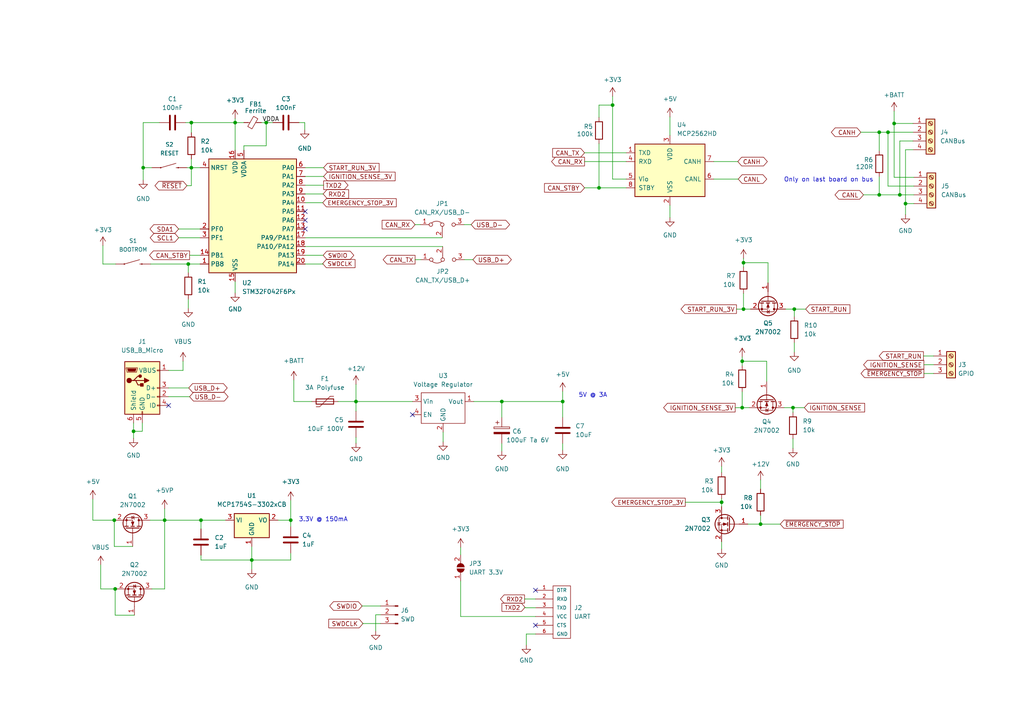
<source format=kicad_sch>
(kicad_sch (version 20211123) (generator eeschema)
  (paper "A4")
  (title_block (title "CANBus GPIO Sensor") (date "2023-02-28") (rev "1.0") (company "Gavin Hurlbut"))
  (lib_symbols
    (symbol "+12V_3" (power) (pin_names (offset 0))
      (property "Value" "+12V_3" (at 0 3.556 0))
      (symbol "+12V_3_0_1"
        (polyline (pts (xy -0.762 1.27) (xy 0 2.54)))
        (polyline (pts (xy 0 0) (xy 0 2.54)))
        (polyline (pts (xy 0 2.54) (xy 0.762 1.27)))
      )
      (symbol "+12V_3_1_1"
        (pin power_in line (at 0 0 90) (length 0) hide (name "+12V") (number "1"))
      )
    )
    (symbol "+3V3_2" (power) (pin_names (offset 0))
      (property "Value" "+3V3_2" (at 0 3.556 0))
      (symbol "+3V3_2_0_1"
        (polyline (pts (xy -0.762 1.27) (xy 0 2.54)))
        (polyline (pts (xy 0 0) (xy 0 2.54)))
        (polyline (pts (xy 0 2.54) (xy 0.762 1.27)))
      )
      (symbol "+3V3_2_1_1"
        (pin power_in line (at 0 0 90) (length 0) hide (name "+3V3") (number "1"))
      )
    )
    (symbol "+BATT_1" (power) (pin_names (offset 0))
      (property "Value" "+BATT_1" (at 0 3.556 0))
      (symbol "+BATT_1_0_1"
        (polyline (pts (xy -0.762 1.27) (xy 0 2.54)))
        (polyline (pts (xy 0 0) (xy 0 2.54)))
        (polyline (pts (xy 0 2.54) (xy 0.762 1.27)))
      )
      (symbol "+BATT_1_1_1"
        (pin power_in line (at 0 0 90) (length 0) hide (name "+BATT") (number "1"))
      )
    )
    (symbol "Beirdo:FTDI-TARGET" (pin_names (offset 1.016))
      (property "Reference" "J?" (at -1.27 1.27 0))
      (property "Value" "FTDI-TARGET" (at -6.35 -17.78 0))
      (symbol "FTDI-TARGET_0_1"
        (rectangle (start -2.54 0) (end 2.54 -15.24))
      )
      (symbol "FTDI-TARGET_1_1"
        (pin passive line (at -7.62 -1.27 0) (length 5.08) (name "DTR") (number "1"))
        (pin passive line (at -7.62 -3.81 0) (length 5.08) (name "RXD") (number "2"))
        (pin passive line (at -7.62 -6.35 0) (length 5.08) (name "TXD") (number "3"))
        (pin passive line (at -7.62 -8.89 0) (length 5.08) (name "VCC") (number "4"))
        (pin passive line (at -7.62 -11.43 0) (length 5.08) (name "CTS") (number "5"))
        (pin passive line (at -7.62 -13.97 0) (length 5.08) (name "GND") (number "6"))
      )
    )
    (symbol "Beirdo:MOMENTARY-SWITCH-SPST-PTH-6.0MM" (pin_numbers hide) (pin_names (offset 1.016) hide)
      (property "Reference" "S1" (at 0 6.731 0))
      (property "Value" "MOMENTARY-SWITCH-SPST-PTH-6.0MM" (at 0 4.191 0))
      (symbol "MOMENTARY-SWITCH-SPST-PTH-6.0MM_1_0"
        (polyline (pts (xy -2.54 0) (xy 1.905 1.27)))
        (polyline (pts (xy 1.905 0) (xy 2.54 0)))
      )
      (symbol "MOMENTARY-SWITCH-SPST-PTH-6.0MM_1_1"
        (circle (center -2.54 0) (radius 0.127) (fill (type outline)))
        (circle (center 2.54 0) (radius 0.127) (fill (type outline)))
        (pin passive line (at -5.08 0 0) (length 2.54) (name "1") (number "1"))
        (pin passive line (at -5.08 -1.27 0) (length 2.54) hide (name "1") (number "2"))
        (pin passive line (at 5.08 0 180) (length 2.54) (name "2") (number "3"))
        (pin passive line (at 5.08 -1.27 180) (length 2.54) hide (name "2") (number "4"))
      )
    )
    (symbol "Beirdo:Switching_Regulator_Module"
      (property "Reference" "U?" (at 0 5.08 0))
      (property "Value" "Switching_Regulator_Module" (at 0 2.54 0))
      (symbol "Switching_Regulator_Module_0_1"
        (rectangle (start -6.35 0) (end 6.35 -8.89))
      )
      (symbol "Switching_Regulator_Module_1_1"
        (pin power_out line (at 8.89 -2.54 180) (length 2.54) (name "Vout") (number "1"))
        (pin passive line (at 0 -11.43 90) (length 2.54) (name "GND") (number "2"))
        (pin power_in line (at -8.89 -2.54 0) (length 2.54) (name "Vin") (number "3"))
        (pin input line (at -8.89 -6.35 0) (length 2.54) (name "EN") (number "4"))
      )
    )
    (symbol "Connector:Conn_01x03_Male" (pin_names (offset 1.016) hide)
      (property "Reference" "J" (at 0 5.08 0))
      (property "Value" "Conn_01x03_Male" (at 0 -5.08 0))
      (symbol "Conn_01x03_Male_1_1"
        (polyline (pts (xy 1.27 -2.54) (xy 0.8636 -2.54)) (stroke (width 0.1524)))
        (polyline (pts (xy 1.27 0) (xy 0.8636 0)) (stroke (width 0.1524)))
        (polyline (pts (xy 1.27 2.54) (xy 0.8636 2.54)) (stroke (width 0.1524)))
        (rectangle (start 0.8636 -2.413) (end 0 -2.667) (stroke (width 0.1524)) (fill (type outline)))
        (rectangle (start 0.8636 0.127) (end 0 -0.127) (stroke (width 0.1524)) (fill (type outline)))
        (rectangle (start 0.8636 2.667) (end 0 2.413) (stroke (width 0.1524)) (fill (type outline)))
        (pin passive line (at 5.08 2.54 180) (length 3.81) (name "Pin_1") (number "1"))
        (pin passive line (at 5.08 0 180) (length 3.81) (name "Pin_2") (number "2"))
        (pin passive line (at 5.08 -2.54 180) (length 3.81) (name "Pin_3") (number "3"))
      )
    )
    (symbol "Connector:Screw_Terminal_01x03" (pin_names (offset 1.016) hide)
      (property "Reference" "J" (at 0 5.08 0))
      (property "Value" "Screw_Terminal_01x03" (at 0 -5.08 0))
      (symbol "Screw_Terminal_01x03_1_1"
        (rectangle (start -1.27 3.81) (end 1.27 -3.81) (stroke (width 0.254)) (fill (type background)))
        (circle (center 0 -2.54) (radius 0.635) (stroke (width 0.1524)))
        (polyline (pts (xy -0.5334 -2.2098) (xy 0.3302 -3.048)) (stroke (width 0.1524)))
        (polyline (pts (xy -0.5334 0.3302) (xy 0.3302 -0.508)) (stroke (width 0.1524)))
        (polyline (pts (xy -0.5334 2.8702) (xy 0.3302 2.032)) (stroke (width 0.1524)))
        (polyline (pts (xy -0.3556 -2.032) (xy 0.508 -2.8702)) (stroke (width 0.1524)))
        (polyline (pts (xy -0.3556 0.508) (xy 0.508 -0.3302)) (stroke (width 0.1524)))
        (polyline (pts (xy -0.3556 3.048) (xy 0.508 2.2098)) (stroke (width 0.1524)))
        (circle (center 0 0) (radius 0.635) (stroke (width 0.1524)))
        (circle (center 0 2.54) (radius 0.635) (stroke (width 0.1524)))
        (pin passive line (at -5.08 2.54 0) (length 3.81) (name "Pin_1") (number "1"))
        (pin passive line (at -5.08 0 0) (length 3.81) (name "Pin_2") (number "2"))
        (pin passive line (at -5.08 -2.54 0) (length 3.81) (name "Pin_3") (number "3"))
      )
    )
    (symbol "Connector:Screw_Terminal_01x04" (pin_names (offset 1.016) hide)
      (property "Reference" "J" (at 0 5.08 0))
      (property "Value" "Screw_Terminal_01x04" (at 0 -7.62 0))
      (symbol "Screw_Terminal_01x04_1_1"
        (rectangle (start -1.27 3.81) (end 1.27 -6.35) (stroke (width 0.254)) (fill (type background)))
        (circle (center 0 -5.08) (radius 0.635) (stroke (width 0.1524)))
        (circle (center 0 -2.54) (radius 0.635) (stroke (width 0.1524)))
        (polyline (pts (xy -0.5334 -4.7498) (xy 0.3302 -5.588)) (stroke (width 0.1524)))
        (polyline (pts (xy -0.5334 -2.2098) (xy 0.3302 -3.048)) (stroke (width 0.1524)))
        (polyline (pts (xy -0.5334 0.3302) (xy 0.3302 -0.508)) (stroke (width 0.1524)))
        (polyline (pts (xy -0.5334 2.8702) (xy 0.3302 2.032)) (stroke (width 0.1524)))
        (polyline (pts (xy -0.3556 -4.572) (xy 0.508 -5.4102)) (stroke (width 0.1524)))
        (polyline (pts (xy -0.3556 -2.032) (xy 0.508 -2.8702)) (stroke (width 0.1524)))
        (polyline (pts (xy -0.3556 0.508) (xy 0.508 -0.3302)) (stroke (width 0.1524)))
        (polyline (pts (xy -0.3556 3.048) (xy 0.508 2.2098)) (stroke (width 0.1524)))
        (circle (center 0 0) (radius 0.635) (stroke (width 0.1524)))
        (circle (center 0 2.54) (radius 0.635) (stroke (width 0.1524)))
        (pin passive line (at -5.08 2.54 0) (length 3.81) (name "Pin_1") (number "1"))
        (pin passive line (at -5.08 0 0) (length 3.81) (name "Pin_2") (number "2"))
        (pin passive line (at -5.08 -2.54 0) (length 3.81) (name "Pin_3") (number "3"))
        (pin passive line (at -5.08 -5.08 0) (length 3.81) (name "Pin_4") (number "4"))
      )
    )
    (symbol "Connector:USB_B_Micro" (pin_names (offset 1.016))
      (property "Reference" "J" (at -5.08 11.43 0))
      (property "Value" "USB_B_Micro" (at -5.08 8.89 0))
      (symbol "USB_B_Micro_0_1"
        (rectangle (start -5.08 -7.62) (end 5.08 7.62) (stroke (width 0.254)) (fill (type background)))
        (circle (center -3.81 2.159) (radius 0.635) (stroke (width 0.254)) (fill (type outline)))
        (circle (center -0.635 3.429) (radius 0.381) (stroke (width 0.254)) (fill (type outline)))
        (rectangle (start -0.127 -7.62) (end 0.127 -6.858))
        (polyline (pts (xy -1.905 2.159) (xy 0.635 2.159)) (stroke (width 0.254)))
        (polyline (pts (xy -3.175 2.159) (xy -2.54 2.159) (xy -1.27 3.429) (xy -0.635 3.429)) (stroke (width 0.254)))
        (polyline (pts (xy -2.54 2.159) (xy -1.905 2.159) (xy -1.27 0.889) (xy 0 0.889)) (stroke (width 0.254)))
        (polyline (pts (xy 0.635 2.794) (xy 0.635 1.524) (xy 1.905 2.159) (xy 0.635 2.794)) (stroke (width 0.254)) (fill (type outline)))
        (polyline (pts (xy -4.318 5.588) (xy -1.778 5.588) (xy -2.032 4.826) (xy -4.064 4.826) (xy -4.318 5.588)) (fill (type outline)))
        (polyline (pts (xy -4.699 5.842) (xy -4.699 5.588) (xy -4.445 4.826) (xy -4.445 4.572) (xy -1.651 4.572) (xy -1.651 4.826) (xy -1.397 5.588) (xy -1.397 5.842) (xy -4.699 5.842)))
        (rectangle (start 0.254 1.27) (end -0.508 0.508) (stroke (width 0.254)) (fill (type outline)))
        (rectangle (start 5.08 -5.207) (end 4.318 -4.953))
        (rectangle (start 5.08 -2.667) (end 4.318 -2.413))
        (rectangle (start 5.08 -0.127) (end 4.318 0.127))
        (rectangle (start 5.08 4.953) (end 4.318 5.207))
      )
      (symbol "USB_B_Micro_1_1"
        (pin power_out line (at 7.62 5.08 180) (length 2.54) (name "VBUS") (number "1"))
        (pin bidirectional line (at 7.62 -2.54 180) (length 2.54) (name "D-") (number "2"))
        (pin bidirectional line (at 7.62 0 180) (length 2.54) (name "D+") (number "3"))
        (pin passive line (at 7.62 -5.08 180) (length 2.54) (name "ID") (number "4"))
        (pin power_out line (at 0 -10.16 90) (length 2.54) (name "GND") (number "5"))
        (pin passive line (at -2.54 -10.16 90) (length 2.54) (name "Shield") (number "6"))
      )
    )
    (symbol "Device:C" (pin_numbers hide) (pin_names (offset 0.254))
      (property "Reference" "C" (at 0.635 2.54 0))
      (property "Value" "C" (at 0.635 -2.54 0))
      (symbol "C_0_1"
        (polyline (pts (xy -2.032 -0.762) (xy 2.032 -0.762)) (stroke (width 0.508)))
        (polyline (pts (xy -2.032 0.762) (xy 2.032 0.762)) (stroke (width 0.508)))
      )
      (symbol "C_1_1"
        (pin passive line (at 0 3.81 270) (length 2.794) (name "~") (number "1"))
        (pin passive line (at 0 -3.81 90) (length 2.794) (name "~") (number "2"))
      )
    )
    (symbol "Device:C_Polarized" (pin_numbers hide) (pin_names (offset 0.254))
      (property "Reference" "C" (at 0.635 2.54 0))
      (property "Value" "C_Polarized" (at 0.635 -2.54 0))
      (symbol "C_Polarized_0_1"
        (rectangle (start -2.286 0.508) (end 2.286 1.016))
        (polyline (pts (xy -1.778 2.286) (xy -0.762 2.286)))
        (polyline (pts (xy -1.27 2.794) (xy -1.27 1.778)))
        (rectangle (start 2.286 -0.508) (end -2.286 -1.016) (fill (type outline)))
      )
      (symbol "C_Polarized_1_1"
        (pin passive line (at 0 3.81 270) (length 2.794) (name "~") (number "1"))
        (pin passive line (at 0 -3.81 90) (length 2.794) (name "~") (number "2"))
      )
    )
    (symbol "Device:FerriteBead_Small" (pin_numbers hide) (pin_names (offset 0))
      (property "Reference" "FB" (at 1.905 1.27 0))
      (property "Value" "FerriteBead_Small" (at 1.905 -1.27 0))
      (symbol "FerriteBead_Small_0_1"
        (polyline (pts (xy 0 -1.27) (xy 0 -0.7874)))
        (polyline (pts (xy 0 0.889) (xy 0 1.2954)))
        (polyline (pts (xy -1.8288 0.2794) (xy -1.1176 1.4986) (xy 1.8288 -0.2032) (xy 1.1176 -1.4224) (xy -1.8288 0.2794)))
      )
      (symbol "FerriteBead_Small_1_1"
        (pin passive line (at 0 2.54 270) (length 1.27) (name "~") (number "1"))
        (pin passive line (at 0 -2.54 90) (length 1.27) (name "~") (number "2"))
      )
    )
    (symbol "Device:Polyfuse" (pin_numbers hide) (pin_names (offset 0))
      (property "Reference" "F" (at -2.54 0 90))
      (property "Value" "Polyfuse" (at 2.54 0 90))
      (symbol "Polyfuse_0_1"
        (rectangle (start -0.762 2.54) (end 0.762 -2.54) (stroke (width 0.254)))
        (polyline (pts (xy 0 2.54) (xy 0 -2.54)))
        (polyline (pts (xy -1.524 2.54) (xy -1.524 1.524) (xy 1.524 -1.524) (xy 1.524 -2.54)))
      )
      (symbol "Polyfuse_1_1"
        (pin passive line (at 0 3.81 270) (length 1.27) (name "~") (number "1"))
        (pin passive line (at 0 -3.81 90) (length 1.27) (name "~") (number "2"))
      )
    )
    (symbol "Device:R" (pin_numbers hide) (pin_names (offset 0))
      (property "Reference" "R" (at 2.032 0 90))
      (property "Value" "R" (at 0 0 90))
      (symbol "R_0_1"
        (rectangle (start -1.016 -2.54) (end 1.016 2.54) (stroke (width 0.254)))
      )
      (symbol "R_1_1"
        (pin passive line (at 0 3.81 270) (length 1.27) (name "~") (number "1"))
        (pin passive line (at 0 -3.81 90) (length 1.27) (name "~") (number "2"))
      )
    )
    (symbol "Interface_CAN_LIN:MCP2562-H-SN" (pin_names (offset 1.016))
      (property "Reference" "U" (at -10.16 8.89 0))
      (property "Value" "MCP2562-H-SN" (at 2.54 8.89 0))
      (symbol "MCP2562-H-SN_0_1"
        (rectangle (start -10.16 7.62) (end 10.16 -7.62) (stroke (width 0.254)) (fill (type background)))
      )
      (symbol "MCP2562-H-SN_1_1"
        (pin input line (at -12.7 5.08 0) (length 2.54) (name "TXD") (number "1"))
        (pin power_in line (at 0 -10.16 90) (length 2.54) (name "VSS") (number "2"))
        (pin power_in line (at 0 10.16 270) (length 2.54) (name "VDD") (number "3"))
        (pin output line (at -12.7 2.54 0) (length 2.54) (name "RXD") (number "4"))
        (pin power_in line (at -12.7 -2.54 0) (length 2.54) (name "Vio") (number "5"))
        (pin bidirectional line (at 12.7 -2.54 180) (length 2.54) (name "CANL") (number "6"))
        (pin bidirectional line (at 12.7 2.54 180) (length 2.54) (name "CANH") (number "7"))
        (pin input line (at -12.7 -5.08 0) (length 2.54) (name "STBY") (number "8"))
      )
    )
    (symbol "Jumper:Jumper_3_Bridged12" (pin_names (offset 0) hide)
      (property "Reference" "JP" (at -2.54 -2.54 0))
      (property "Value" "Jumper_3_Bridged12" (at 0 2.794 0))
      (symbol "Jumper_3_Bridged12_0_0"
        (circle (center -3.302 0) (radius 0.508))
        (circle (center 0 0) (radius 0.508))
        (circle (center 3.302 0) (radius 0.508))
      )
      (symbol "Jumper_3_Bridged12_0_1"
        (arc (start -0.254 0.508) (mid -1.651 0.9912) (end -3.048 0.508))
        (polyline (pts (xy 0 -1.27) (xy 0 -0.508)))
      )
      (symbol "Jumper_3_Bridged12_1_1"
        (pin passive line (at -6.35 0 0) (length 2.54) (name "A") (number "1"))
        (pin passive line (at 0 -3.81 90) (length 2.54) (name "C") (number "2"))
        (pin passive line (at 6.35 0 180) (length 2.54) (name "B") (number "3"))
      )
    )
    (symbol "Jumper:SolderJumper_2_Open" (pin_names (offset 0) hide)
      (property "Reference" "JP" (at 0 2.032 0))
      (property "Value" "SolderJumper_2_Open" (at 0 -2.54 0))
      (symbol "SolderJumper_2_Open_0_1"
        (arc (start -0.254 1.016) (mid -1.27 0) (end -0.254 -1.016))
        (arc (start -0.254 1.016) (mid -1.27 0) (end -0.254 -1.016) (fill (type outline)))
        (polyline (pts (xy -0.254 1.016) (xy -0.254 -1.016)))
        (polyline (pts (xy 0.254 1.016) (xy 0.254 -1.016)))
        (arc (start 0.254 -1.016) (mid 1.27 0) (end 0.254 1.016))
        (arc (start 0.254 -1.016) (mid 1.27 0) (end 0.254 1.016) (fill (type outline)))
      )
      (symbol "SolderJumper_2_Open_1_1"
        (pin passive line (at -3.81 0 0) (length 2.54) (name "A") (number "1"))
        (pin passive line (at 3.81 0 180) (length 2.54) (name "B") (number "2"))
      )
    )
    (symbol "MCU_ST_STM32F0:STM32F042F6Px"
      (property "Reference" "U" (at -12.7 16.51 0))
      (property "Value" "STM32F042F6Px" (at 0 16.51 0))
      (symbol "STM32F042F6Px_0_1"
        (rectangle (start -12.7 -17.78) (end 12.7 15.24) (stroke (width 0.254)) (fill (type background)))
      )
      (symbol "STM32F042F6Px_1_1"
        (pin bidirectional line (at -15.24 -15.24 0) (length 2.54) (name "PB8") (number "1"))
        (pin bidirectional line (at 15.24 2.54 180) (length 2.54) (name "PA4") (number "10"))
        (pin bidirectional line (at 15.24 0 180) (length 2.54) (name "PA5") (number "11"))
        (pin bidirectional line (at 15.24 -2.54 180) (length 2.54) (name "PA6") (number "12"))
        (pin bidirectional line (at 15.24 -5.08 180) (length 2.54) (name "PA7") (number "13"))
        (pin bidirectional line (at -15.24 -12.7 0) (length 2.54) (name "PB1") (number "14"))
        (pin power_in line (at -5.08 -20.32 90) (length 2.54) (name "VSS") (number "15"))
        (pin power_in line (at -5.08 17.78 270) (length 2.54) (name "VDD") (number "16"))
        (pin bidirectional line (at 15.24 -7.62 180) (length 2.54) (name "PA9/PA11") (number "17"))
        (pin bidirectional line (at 15.24 -10.16 180) (length 2.54) (name "PA10/PA12") (number "18"))
        (pin bidirectional line (at 15.24 -12.7 180) (length 2.54) (name "PA13") (number "19"))
        (pin input line (at -15.24 -5.08 0) (length 2.54) (name "PF0") (number "2"))
        (pin bidirectional line (at 15.24 -15.24 180) (length 2.54) (name "PA14") (number "20"))
        (pin input line (at -15.24 -7.62 0) (length 2.54) (name "PF1") (number "3"))
        (pin input line (at -15.24 12.7 0) (length 2.54) (name "NRST") (number "4"))
        (pin power_in line (at -2.54 17.78 270) (length 2.54) (name "VDDA") (number "5"))
        (pin bidirectional line (at 15.24 12.7 180) (length 2.54) (name "PA0") (number "6"))
        (pin bidirectional line (at 15.24 10.16 180) (length 2.54) (name "PA1") (number "7"))
        (pin bidirectional line (at 15.24 7.62 180) (length 2.54) (name "PA2") (number "8"))
        (pin bidirectional line (at 15.24 5.08 180) (length 2.54) (name "PA3") (number "9"))
      )
    )
    (symbol "Regulator_Linear:MCP1754S-3302xCB"
      (property "Reference" "U" (at -3.81 3.175 0))
      (property "Value" "MCP1754S-3302xCB" (at -0.635 3.175 0))
      (symbol "MCP1754S-3302xCB_0_1"
        (rectangle (start -5.08 -5.08) (end 5.08 1.905) (stroke (width 0.254)) (fill (type background)))
      )
      (symbol "MCP1754S-3302xCB_1_1"
        (pin power_in line (at 0 -7.62 90) (length 2.54) (name "GND") (number "1"))
        (pin power_out line (at 7.62 0 180) (length 2.54) (name "VO") (number "2"))
        (pin power_in line (at -7.62 0 0) (length 2.54) (name "VI") (number "3"))
      )
    )
    (symbol "Transistor_FET:2N7002" (pin_names hide)
      (property "Reference" "Q" (at 5.08 1.905 0))
      (property "Value" "2N7002" (at 5.08 0 0))
      (symbol "2N7002_0_1"
        (polyline (pts (xy 0.254 0) (xy -2.54 0)))
        (polyline (pts (xy 0.254 1.905) (xy 0.254 -1.905)) (stroke (width 0.254)))
        (polyline (pts (xy 0.762 -1.27) (xy 0.762 -2.286)) (stroke (width 0.254)))
        (polyline (pts (xy 0.762 0.508) (xy 0.762 -0.508)) (stroke (width 0.254)))
        (polyline (pts (xy 0.762 2.286) (xy 0.762 1.27)) (stroke (width 0.254)))
        (polyline (pts (xy 2.54 2.54) (xy 2.54 1.778)))
        (polyline (pts (xy 2.54 -2.54) (xy 2.54 0) (xy 0.762 0)))
        (polyline (pts (xy 0.762 -1.778) (xy 3.302 -1.778) (xy 3.302 1.778) (xy 0.762 1.778)))
        (polyline (pts (xy 1.016 0) (xy 2.032 0.381) (xy 2.032 -0.381) (xy 1.016 0)) (fill (type outline)))
        (polyline (pts (xy 2.794 0.508) (xy 2.921 0.381) (xy 3.683 0.381) (xy 3.81 0.254)))
        (polyline (pts (xy 3.302 0.381) (xy 2.921 -0.254) (xy 3.683 -0.254) (xy 3.302 0.381)))
        (circle (center 1.651 0) (radius 2.794) (stroke (width 0.254)))
        (circle (center 2.54 -1.778) (radius 0.254) (fill (type outline)))
        (circle (center 2.54 1.778) (radius 0.254) (fill (type outline)))
      )
      (symbol "2N7002_1_1"
        (pin input line (at -5.08 0 0) (length 2.54) (name "G") (number "1"))
        (pin passive line (at 2.54 -5.08 90) (length 2.54) (name "S") (number "2"))
        (pin passive line (at 2.54 5.08 270) (length 2.54) (name "D") (number "3"))
      )
    )
    (symbol "power:+12V" (power) (pin_names (offset 0))
      (property "Value" "+12V" (at 0 3.556 0))
      (symbol "+12V_0_1"
        (polyline (pts (xy -0.762 1.27) (xy 0 2.54)))
        (polyline (pts (xy 0 0) (xy 0 2.54)))
        (polyline (pts (xy 0 2.54) (xy 0.762 1.27)))
      )
      (symbol "+12V_1_1"
        (pin power_in line (at 0 0 90) (length 0) hide (name "+12V") (number "1"))
      )
    )
    (symbol "power:+3V3" (power) (pin_names (offset 0))
      (property "Value" "+3V3" (at 0 3.556 0))
      (symbol "+3V3_0_1"
        (polyline (pts (xy -0.762 1.27) (xy 0 2.54)))
        (polyline (pts (xy 0 0) (xy 0 2.54)))
        (polyline (pts (xy 0 2.54) (xy 0.762 1.27)))
      )
      (symbol "+3V3_1_1"
        (pin power_in line (at 0 0 90) (length 0) hide (name "+3V3") (number "1"))
      )
    )
    (symbol "power:+5V" (power) (pin_names (offset 0))
      (property "Value" "+5V" (at 0 3.556 0))
      (symbol "+5V_0_1"
        (polyline (pts (xy -0.762 1.27) (xy 0 2.54)))
        (polyline (pts (xy 0 0) (xy 0 2.54)))
        (polyline (pts (xy 0 2.54) (xy 0.762 1.27)))
      )
      (symbol "+5V_1_1"
        (pin power_in line (at 0 0 90) (length 0) hide (name "+5V") (number "1"))
      )
    )
    (symbol "power:+5VP" (power) (pin_names (offset 0))
      (property "Value" "+5VP" (at 0 3.556 0))
      (symbol "+5VP_0_1"
        (polyline (pts (xy -0.762 1.27) (xy 0 2.54)))
        (polyline (pts (xy 0 0) (xy 0 2.54)))
        (polyline (pts (xy 0 2.54) (xy 0.762 1.27)))
      )
      (symbol "+5VP_1_1"
        (pin power_in line (at 0 0 90) (length 0) hide (name "+5VP") (number "1"))
      )
    )
    (symbol "power:+BATT" (power) (pin_names (offset 0))
      (property "Value" "+BATT" (at 0 3.556 0))
      (symbol "+BATT_0_1"
        (polyline (pts (xy -0.762 1.27) (xy 0 2.54)))
        (polyline (pts (xy 0 0) (xy 0 2.54)))
        (polyline (pts (xy 0 2.54) (xy 0.762 1.27)))
      )
      (symbol "+BATT_1_1"
        (pin power_in line (at 0 0 90) (length 0) hide (name "+BATT") (number "1"))
      )
    )
    (symbol "power:GND" (power) (pin_names (offset 0))
      (property "Value" "GND" (at 0 -3.81 0))
      (symbol "GND_0_1"
        (polyline (pts (xy 0 0) (xy 0 -1.27) (xy 1.27 -1.27) (xy 0 -2.54) (xy -1.27 -1.27) (xy 0 -1.27)))
      )
      (symbol "GND_1_1"
        (pin power_in line (at 0 0 270) (length 0) hide (name "GND") (number "1"))
      )
    )
    (symbol "power:VBUS" (power) (pin_names (offset 0))
      (property "Value" "VBUS" (at 0 3.81 0))
      (symbol "VBUS_0_1"
        (polyline (pts (xy -0.762 1.27) (xy 0 2.54)))
        (polyline (pts (xy 0 0) (xy 0 2.54)))
        (polyline (pts (xy 0 2.54) (xy 0.762 1.27)))
      )
      (symbol "VBUS_1_1"
        (pin power_in line (at 0 0 90) (length 0) hide (name "VBUS") (number "1"))
      )
    )
  )
  (junction (at 215.265 104.775))
  (junction (at 259.334 35.814))
  (junction (at 33.147 150.876))
  (junction (at 215.646 76.2))
  (junction (at 47.752 150.876))
  (junction (at 58.293 150.876))
  (junction (at 255.016 56.515))
  (junction (at 255.016 38.354))
  (junction (at 220.599 152.019))
  (junction (at 55.499 48.641))
  (junction (at 215.265 118.237))
  (junction (at 262.636 59.055))
  (junction (at 260.985 56.515))
  (junction (at 73.025 162.433))
  (junction (at 163.195 116.459))
  (junction (at 54.61 76.581))
  (junction (at 77.216 35.56))
  (junction (at 257.556 38.354))
  (junction (at 215.646 89.662))
  (junction (at 41.529 48.641))
  (junction (at 209.296 145.669))
  (junction (at 145.542 116.459))
  (junction (at 177.673 30.48))
  (junction (at 55.499 35.56))
  (junction (at 103.251 116.459))
  (junction (at 38.735 125.095))
  (junction (at 230.378 89.662))
  (junction (at 33.401 170.815))
  (junction (at 173.736 54.483))
  (junction (at 68.199 35.56))
  (junction (at 229.997 118.237))
  (junction (at 84.328 150.876))
  (no_connect (at 88.519 66.421))
  (no_connect (at 155.321 171.196))
  (no_connect (at 155.321 181.356))
  (no_connect (at 48.895 117.602))
  (no_connect (at 88.519 61.341))
  (no_connect (at 88.519 63.881))
  (no_connect (at 119.634 120.269))
  (wire (pts (xy 51.816 66.421) (xy 58.039 66.421)))
  (wire (pts (xy 229.997 118.237) (xy 229.997 119.634)))
  (wire (pts (xy 259.334 51.435) (xy 265.049 51.435)))
  (wire (pts (xy 48.895 112.522) (xy 54.737 112.522)))
  (wire (pts (xy 88.519 68.961) (xy 128.27 68.961)))
  (wire (pts (xy 77.216 35.56) (xy 79.121 35.56)))
  (wire (pts (xy 68.199 81.661) (xy 68.199 84.963)))
  (wire (pts (xy 44.069 48.641) (xy 41.529 48.641)))
  (wire (pts (xy 55.499 38.481) (xy 55.499 35.56)))
  (wire (pts (xy 262.636 62.23) (xy 262.636 59.055)))
  (wire (pts (xy 260.985 56.515) (xy 265.049 56.515)))
  (wire (pts (xy 230.378 99.441) (xy 230.378 102.108)))
  (wire (pts (xy 255.016 56.515) (xy 260.985 56.515)))
  (wire (pts (xy 133.604 178.816) (xy 155.321 178.816)))
  (wire (pts (xy 209.296 135.255) (xy 209.296 137.033)))
  (wire (pts (xy 120.396 75.311) (xy 122.047 75.311)))
  (wire (pts (xy 227.457 118.237) (xy 229.997 118.237)))
  (wire (pts (xy 54.229 48.641) (xy 55.499 48.641)))
  (wire (pts (xy 259.334 32.258) (xy 259.334 35.814)))
  (wire (pts (xy 85.217 116.459) (xy 85.217 110.236)))
  (wire (pts (xy 58.293 161.036) (xy 58.293 162.433)))
  (wire (pts (xy 55.499 46.101) (xy 55.499 48.641)))
  (wire (pts (xy 88.519 48.641) (xy 93.853 48.641)))
  (wire (pts (xy 98.044 116.459) (xy 103.251 116.459)))
  (wire (pts (xy 215.646 89.662) (xy 217.678 89.662)))
  (wire (pts (xy 93.599 76.581) (xy 93.599 76.454)))
  (wire (pts (xy 105.156 180.848) (xy 110.363 180.848)))
  (wire (pts (xy 68.199 34.417) (xy 68.199 35.56)))
  (wire (pts (xy 121.92 65.151) (xy 120.396 65.151)))
  (wire (pts (xy 41.529 35.56) (xy 46.228 35.56)))
  (wire (pts (xy 230.378 89.662) (xy 230.378 91.821)))
  (wire (pts (xy 215.646 76.2) (xy 222.758 76.2)))
  (wire (pts (xy 41.529 48.641) (xy 41.529 52.197)))
  (wire (pts (xy 53.086 107.442) (xy 53.086 104.775)))
  (wire (pts (xy 58.293 150.876) (xy 58.293 153.416)))
  (wire (pts (xy 84.328 150.876) (xy 84.328 152.781)))
  (wire (pts (xy 133.604 158.75) (xy 133.604 160.909)))
  (wire (pts (xy 58.039 68.961) (xy 51.816 68.961)))
  (wire (pts (xy 33.401 178.435) (xy 33.401 170.815)))
  (wire (pts (xy 229.997 118.237) (xy 233.299 118.237)))
  (wire (pts (xy 152.273 176.276) (xy 152.273 176.149)))
  (wire (pts (xy 215.265 104.775) (xy 215.265 106.045)))
  (wire (pts (xy 54.61 76.581) (xy 58.039 76.581)))
  (wire (pts (xy 213.233 118.237) (xy 215.265 118.237)))
  (wire (pts (xy 108.966 183.007) (xy 108.966 178.308)))
  (wire (pts (xy 73.025 162.433) (xy 84.328 162.433)))
  (wire (pts (xy 152.654 183.896) (xy 155.321 183.896)))
  (wire (pts (xy 88.519 71.501) (xy 128.397 71.501)))
  (wire (pts (xy 220.599 139.192) (xy 220.599 141.859)))
  (wire (pts (xy 163.195 116.459) (xy 163.195 121.031)))
  (wire (pts (xy 41.275 125.095) (xy 38.735 125.095)))
  (wire (pts (xy 73.025 162.433) (xy 73.025 165.1)))
  (wire (pts (xy 198.755 145.669) (xy 209.296 145.669)))
  (wire (pts (xy 264.795 40.894) (xy 260.985 40.894)))
  (wire (pts (xy 267.843 103.251) (xy 270.764 103.251)))
  (wire (pts (xy 70.739 42.291) (xy 77.216 42.291)))
  (wire (pts (xy 173.736 54.483) (xy 169.545 54.483)))
  (wire (pts (xy 177.673 30.48) (xy 177.673 27.94)))
  (wire (pts (xy 152.654 187.071) (xy 152.654 183.896)))
  (wire (pts (xy 215.265 103.505) (xy 215.265 104.775)))
  (wire (pts (xy 173.736 41.656) (xy 173.736 54.483)))
  (wire (pts (xy 152.146 173.736) (xy 155.321 173.736)))
  (wire (pts (xy 133.604 168.529) (xy 133.604 178.816)))
  (wire (pts (xy 229.997 127.254) (xy 229.997 130.048)))
  (wire (pts (xy 163.195 128.651) (xy 163.195 130.556)))
  (wire (pts (xy 220.599 152.019) (xy 226.314 152.019)))
  (wire (pts (xy 33.147 158.496) (xy 33.147 150.876)))
  (wire (pts (xy 265.049 53.975) (xy 257.556 53.975)))
  (wire (pts (xy 255.016 51.308) (xy 255.016 56.515)))
  (wire (pts (xy 90.424 116.459) (xy 85.217 116.459)))
  (wire (pts (xy 209.296 144.653) (xy 209.296 145.669)))
  (wire (pts (xy 213.614 89.662) (xy 215.646 89.662)))
  (wire (pts (xy 137.414 116.459) (xy 145.542 116.459)))
  (wire (pts (xy 29.21 170.815) (xy 33.401 170.815)))
  (wire (pts (xy 181.61 51.943) (xy 177.673 51.943)))
  (wire (pts (xy 88.519 74.041) (xy 93.726 74.041)))
  (wire (pts (xy 267.97 105.791) (xy 270.764 105.791)))
  (wire (pts (xy 169.545 46.863) (xy 181.61 46.863)))
  (wire (pts (xy 259.334 35.814) (xy 264.795 35.814)))
  (wire (pts (xy 262.636 59.055) (xy 265.049 59.055)))
  (wire (pts (xy 260.985 40.894) (xy 260.985 56.515)))
  (wire (pts (xy 134.747 75.311) (xy 137.16 75.311)))
  (wire (pts (xy 26.924 144.78) (xy 26.924 150.876)))
  (wire (pts (xy 77.216 35.56) (xy 75.819 35.56)))
  (wire (pts (xy 262.636 43.434) (xy 262.636 59.055)))
  (wire (pts (xy 47.752 150.876) (xy 58.293 150.876)))
  (wire (pts (xy 26.924 150.876) (xy 33.147 150.876)))
  (wire (pts (xy 108.966 178.308) (xy 110.363 178.308)))
  (wire (pts (xy 88.392 37.592) (xy 88.392 35.56)))
  (wire (pts (xy 257.556 38.354) (xy 264.795 38.354)))
  (wire (pts (xy 220.599 149.479) (xy 220.599 152.019)))
  (wire (pts (xy 88.519 58.801) (xy 93.599 58.801)))
  (wire (pts (xy 215.265 118.237) (xy 217.297 118.237)))
  (wire (pts (xy 181.61 54.483) (xy 173.736 54.483)))
  (wire (pts (xy 267.97 108.331) (xy 270.764 108.331)))
  (wire (pts (xy 88.392 35.56) (xy 86.741 35.56)))
  (wire (pts (xy 88.519 76.581) (xy 93.599 76.581)))
  (wire (pts (xy 259.334 35.814) (xy 259.334 51.435)))
  (wire (pts (xy 44.069 170.815) (xy 47.752 170.815)))
  (wire (pts (xy 222.758 82.042) (xy 222.758 76.2)))
  (wire (pts (xy 58.293 162.433) (xy 73.025 162.433)))
  (wire (pts (xy 215.646 76.2) (xy 215.646 77.47)))
  (wire (pts (xy 227.838 89.662) (xy 230.378 89.662)))
  (wire (pts (xy 77.216 42.291) (xy 77.216 35.56)))
  (wire (pts (xy 222.377 110.617) (xy 222.377 104.775)))
  (wire (pts (xy 134.62 65.151) (xy 136.652 65.151)))
  (wire (pts (xy 250.444 56.515) (xy 255.016 56.515)))
  (wire (pts (xy 38.735 125.095) (xy 38.735 122.682)))
  (wire (pts (xy 70.739 42.291) (xy 70.739 43.561)))
  (wire (pts (xy 47.752 147.574) (xy 47.752 150.876)))
  (wire (pts (xy 249.682 38.354) (xy 255.016 38.354)))
  (wire (pts (xy 29.845 71.247) (xy 29.845 76.581)))
  (wire (pts (xy 103.251 116.459) (xy 103.251 119.253)))
  (wire (pts (xy 33.147 150.876) (xy 33.401 150.876)))
  (wire (pts (xy 55.499 35.56) (xy 68.199 35.56)))
  (wire (pts (xy 216.916 152.019) (xy 220.599 152.019)))
  (wire (pts (xy 215.646 85.09) (xy 215.646 89.662)))
  (wire (pts (xy 54.61 86.741) (xy 54.61 89.408)))
  (wire (pts (xy 194.31 59.563) (xy 194.31 63.119)))
  (wire (pts (xy 88.519 56.261) (xy 93.726 56.261)))
  (wire (pts (xy 58.293 150.876) (xy 65.405 150.876)))
  (wire (pts (xy 55.499 48.641) (xy 58.039 48.641)))
  (wire (pts (xy 84.328 160.401) (xy 84.328 162.433)))
  (wire (pts (xy 215.265 104.775) (xy 222.377 104.775)))
  (wire (pts (xy 215.646 74.93) (xy 215.646 76.2)))
  (wire (pts (xy 103.251 126.873) (xy 103.251 128.524)))
  (wire (pts (xy 173.736 30.48) (xy 177.673 30.48)))
  (wire (pts (xy 29.845 76.581) (xy 33.528 76.581)))
  (wire (pts (xy 55.499 48.641) (xy 55.499 53.848)))
  (wire (pts (xy 84.328 145.161) (xy 84.328 150.876)))
  (wire (pts (xy 255.016 43.688) (xy 255.016 38.354)))
  (wire (pts (xy 173.736 34.036) (xy 173.736 30.48)))
  (wire (pts (xy 163.195 113.538) (xy 163.195 116.459)))
  (wire (pts (xy 145.542 128.651) (xy 145.542 130.81)))
  (wire (pts (xy 38.735 127.127) (xy 38.735 125.095)))
  (wire (pts (xy 68.199 35.56) (xy 68.199 43.561)))
  (wire (pts (xy 38.481 158.496) (xy 33.147 158.496)))
  (wire (pts (xy 47.752 170.815) (xy 47.752 150.876)))
  (wire (pts (xy 54.229 53.848) (xy 55.499 53.848)))
  (wire (pts (xy 181.61 44.323) (xy 169.545 44.323)))
  (wire (pts (xy 255.016 38.354) (xy 257.556 38.354)))
  (wire (pts (xy 152.273 176.276) (xy 155.321 176.276)))
  (wire (pts (xy 54.61 79.121) (xy 54.61 76.581)))
  (wire (pts (xy 103.251 116.459) (xy 119.634 116.459)))
  (wire (pts (xy 88.519 53.721) (xy 93.853 53.721)))
  (wire (pts (xy 194.31 33.909) (xy 194.31 39.243)))
  (wire (pts (xy 128.524 125.349) (xy 128.524 128.143)))
  (wire (pts (xy 215.265 113.665) (xy 215.265 118.237)))
  (wire (pts (xy 41.275 122.682) (xy 41.275 125.095)))
  (wire (pts (xy 209.296 157.099) (xy 209.296 159.258)))
  (wire (pts (xy 145.542 116.459) (xy 163.195 116.459)))
  (wire (pts (xy 207.01 46.863) (xy 213.995 46.863)))
  (wire (pts (xy 70.739 35.56) (xy 68.199 35.56)))
  (wire (pts (xy 209.296 145.669) (xy 209.296 146.939)))
  (wire (pts (xy 38.989 178.435) (xy 33.401 178.435)))
  (wire (pts (xy 54.61 76.581) (xy 43.688 76.581)))
  (wire (pts (xy 54.991 74.041) (xy 58.039 74.041)))
  (wire (pts (xy 48.895 115.062) (xy 54.991 115.062)))
  (wire (pts (xy 264.795 43.434) (xy 262.636 43.434)))
  (wire (pts (xy 41.529 35.56) (xy 41.529 48.641)))
  (wire (pts (xy 207.01 51.943) (xy 214.122 51.943)))
  (wire (pts (xy 103.251 111.506) (xy 103.251 116.459)))
  (wire (pts (xy 88.519 51.181) (xy 93.853 51.181)))
  (wire (pts (xy 230.378 89.662) (xy 233.68 89.662)))
  (wire (pts (xy 105.029 175.768) (xy 110.363 175.768)))
  (wire (pts (xy 29.21 163.83) (xy 29.21 170.815)))
  (wire (pts (xy 145.542 116.459) (xy 145.542 121.031)))
  (wire (pts (xy 53.848 35.56) (xy 55.499 35.56)))
  (wire (pts (xy 80.645 150.876) (xy 84.328 150.876)))
  (wire (pts (xy 43.561 150.876) (xy 47.752 150.876)))
  (wire (pts (xy 48.895 107.442) (xy 53.086 107.442)))
  (wire (pts (xy 33.401 170.815) (xy 33.909 170.815)))
  (wire (pts (xy 73.025 158.496) (xy 73.025 162.433)))
  (wire (pts (xy 257.556 53.975) (xy 257.556 38.354)))
  (wire (pts (xy 177.673 51.943) (xy 177.673 30.48)))
  (text "5V @ 3A" (at 176.149 115.443 180) (effects (font (size 1.27 1.27)) (justify right bottom)))
  (text "Only on last board on bus" (at 253.365 52.959 180) (effects (font (size 1.27 1.27)) (justify right bottom)))
  (text "3.3V @ 150mA" (at 86.614 151.511 0) (effects (font (size 1.27 1.27)) (justify left bottom)))
  (label "VDDA" (at 76.073 35.56 0))
  (global_label "TXD2" (shape input) (at 152.273 176.149 180) (effects (font (size 1.2 1.2))) (property "Intersheet References" "${INTERSHEET_REFS}" (effects hide)))
  (global_label "CANH" (shape bidirectional) (at 213.995 46.863 0) (property "Intersheet References" "${INTERSHEET_REFS}" (effects hide)))
  (global_label "EMERGENCY_STOP_3V" (shape output) (at 198.755 145.669 180) (effects (font (size 1.2 1.2))) (property "Intersheet References" "${INTERSHEET_REFS}" (effects hide)))
  (global_label "USB_D-" (shape bidirectional) (at 54.991 115.062 0) (property "Intersheet References" "${INTERSHEET_REFS}" (effects hide)))
  (global_label "START_RUN" (shape output) (at 267.843 103.251 180) (property "Intersheet References" "${INTERSHEET_REFS}" (effects hide)))
  (global_label "CAN_STBY" (shape input) (at 169.545 54.483 180) (property "Intersheet References" "${INTERSHEET_REFS}" (effects hide)))
  (global_label "IGNITION_SENSE_3V" (shape input) (at 93.853 51.181 0) (property "Intersheet References" "${INTERSHEET_REFS}" (effects hide)))
  (global_label "START_RUN_3V" (shape input) (at 93.853 48.641 0) (property "Intersheet References" "${INTERSHEET_REFS}" (effects hide)))
  (global_label "SCL1" (shape bidirectional) (at 51.816 68.961 180) (property "Intersheet References" "${INTERSHEET_REFS}" (effects hide)))
  (global_label "START_RUN_3V" (shape output) (at 213.614 89.662 180) (property "Intersheet References" "${INTERSHEET_REFS}" (effects hide)))
  (global_label "USB_D+" (shape bidirectional) (at 54.737 112.522 0) (property "Intersheet References" "${INTERSHEET_REFS}" (effects hide)))
  (global_label "SDA1" (shape bidirectional) (at 51.816 66.421 180) (property "Intersheet References" "${INTERSHEET_REFS}" (effects hide)))
  (global_label "USB_D-" (shape bidirectional) (at 136.652 65.151 0) (property "Intersheet References" "${INTERSHEET_REFS}" (effects hide)))
  (global_label "CANH" (shape bidirectional) (at 249.682 38.354 180) (property "Intersheet References" "${INTERSHEET_REFS}" (effects hide)))
  (global_label "~{RESET}" (shape bidirectional) (at 54.229 53.848 180) (property "Intersheet References" "${INTERSHEET_REFS}" (effects hide)))
  (global_label "CANL" (shape bidirectional) (at 250.444 56.515 180) (property "Intersheet References" "${INTERSHEET_REFS}" (effects hide)))
  (global_label "SWDCLK" (shape input) (at 105.283 180.848 180) (property "Intersheet References" "${INTERSHEET_REFS}" (effects hide)))
  (global_label "RXD2" (shape input) (at 93.726 56.261 0) (property "Intersheet References" "${INTERSHEET_REFS}" (effects hide)))
  (global_label "IGNITION_SENSE" (shape output) (at 267.97 105.791 180) (property "Intersheet References" "${INTERSHEET_REFS}" (effects hide)))
  (global_label "EMERGENCY_STOP_3V" (shape input) (at 93.599 58.801 0) (effects (font (size 1.2 1.2))) (property "Intersheet References" "${INTERSHEET_REFS}" (effects hide)))
  (global_label "START_RUN" (shape input) (at 233.68 89.662 0) (property "Intersheet References" "${INTERSHEET_REFS}" (effects hide)))
  (global_label "TXD2" (shape output) (at 93.853 53.721 0) (property "Intersheet References" "${INTERSHEET_REFS}" (effects hide)))
  (global_label "CANL" (shape bidirectional) (at 214.122 51.943 0) (property "Intersheet References" "${INTERSHEET_REFS}" (effects hide)))
  (global_label "~{EMERGENCY_STOP}" (shape output) (at 267.97 108.331 180) (effects (font (size 1.2 1.2))) (property "Intersheet References" "${INTERSHEET_REFS}" (effects hide)))
  (global_label "RXD2" (shape output) (at 152.146 173.736 180) (effects (font (size 1.2 1.2))) (property "Intersheet References" "${INTERSHEET_REFS}" (effects hide)))
  (global_label "CAN_TX" (shape input) (at 169.545 44.323 180) (property "Intersheet References" "${INTERSHEET_REFS}" (effects hide)))
  (global_label "IGNITION_SENSE_3V" (shape output) (at 213.233 118.237 180) (property "Intersheet References" "${INTERSHEET_REFS}" (effects hide)))
  (global_label "SWDCLK" (shape input) (at 93.599 76.454 0) (effects (font (size 1.2 1.2))) (property "Intersheet References" "${INTERSHEET_REFS}" (effects hide)))
  (global_label "CAN_STBY" (shape output) (at 54.991 74.041 180) (property "Intersheet References" "${INTERSHEET_REFS}" (effects hide)))
  (global_label "CAN_RX" (shape output) (at 169.545 46.863 180) (property "Intersheet References" "${INTERSHEET_REFS}" (effects hide)))
  (global_label "SWDIO" (shape bidirectional) (at 105.029 175.768 180) (property "Intersheet References" "${INTERSHEET_REFS}" (effects hide)))
  (global_label "USB_D+" (shape bidirectional) (at 137.16 75.311 0) (property "Intersheet References" "${INTERSHEET_REFS}" (effects hide)))
  (global_label "SWDIO" (shape bidirectional) (at 93.726 74.041 0) (effects (font (size 1.2 1.2))) (property "Intersheet References" "${INTERSHEET_REFS}" (effects hide)))
  (global_label "CAN_TX" (shape output) (at 120.396 75.311 180) (property "Intersheet References" "${INTERSHEET_REFS}" (effects hide)))
  (global_label "CAN_RX" (shape input) (at 120.396 65.151 180) (property "Intersheet References" "${INTERSHEET_REFS}" (effects hide)))
  (global_label "IGNITION_SENSE" (shape input) (at 233.299 118.237 0) (property "Intersheet References" "${INTERSHEET_REFS}" (effects hide)))
  (global_label "~{EMERGENCY_STOP}" (shape input) (at 226.314 152.019 0) (effects (font (size 1.2 1.2))) (property "Intersheet References" "${INTERSHEET_REFS}" (effects hide)))
  (symbol (lib_id "Connector:Screw_Terminal_01x03") (at 275.844 105.791 0) (unit 1)
    (property "Reference" "J3" (at 277.876 105.7909 0) (effects (justify left)))
    (property "Value" "GPIO" (at 277.876 108.3309 0) (effects (justify left)))
    (property "Footprint" "TerminalBlock_TE-Connectivity:TerminalBlock_TE_282834-3_1x03_P2.54mm_Horizontal" (effects hide))
  )
  (symbol (lib_id "Device:C") (at 82.931 35.56 90) (unit 1)
    (property "Reference" "C3" (at 82.931 28.702 90))
    (property "Value" "100nF" (at 82.931 31.242 90))
    (property "Footprint" "Capacitor_SMD:C_0805_2012Metric_Pad1.18x1.45mm_HandSolder" (effects hide))
  )
  (symbol (lib_id "Interface_CAN_LIN:MCP2562-H-SN") (at 194.31 49.403 0) (unit 1)
    (property "Reference" "U4" (at 196.3294 36.195 0) (effects (justify left)))
    (property "Value" "MCP2562HD" (at 196.3294 38.735 0) (effects (justify left)))
    (property "Footprint" "Package_SO:SOIC-8_3.9x4.9mm_P1.27mm" (effects hide))
    (property "Datasheet" "http://ww1.microchip.com/downloads/en/DeviceDoc/25167A.pdf" (effects hide))
  )
  (symbol (lib_id "Transistor_FET:2N7002") (at 38.989 173.355 270) (mirror x) (unit 1)
    (property "Reference" "Q2" (at 38.989 163.83 90))
    (property "Value" "2N7002" (at 38.989 166.37 90))
    (property "Footprint" "Package_TO_SOT_SMD:SOT-23" (effects hide))
    (property "Datasheet" "https://www.onsemi.com/pub/Collateral/NDS7002A-D.PDF" (effects hide))
  )
  (symbol (lib_id "power:GND") (at 54.61 89.408 0) (unit 1)
    (property "Reference" "#PWR08" (effects hide))
    (property "Value" "GND" (at 54.61 94.107 0))
  )
  (symbol (lib_id "power:GND") (at 128.524 128.143 0) (unit 1)
    (property "Reference" "#PWR019" (effects hide))
    (property "Value" "GND" (at 128.524 132.715 0))
  )
  (symbol (lib_id "power:GND") (at 230.378 102.108 0) (unit 1)
    (property "Reference" "#PWR035" (effects hide))
    (property "Value" "GND" (at 230.378 107.442 0))
  )
  (symbol (lib_id "Jumper:SolderJumper_2_Open") (at 133.604 164.719 90) (unit 1)
    (property "Reference" "JP3" (at 136.017 163.4489 90) (effects (justify right)))
    (property "Value" "UART 3.3V" (at 136.017 165.9889 90) (effects (justify right)))
    (property "Footprint" "Jumper:SolderJumper-2_P1.3mm_Open_TrianglePad1.0x1.5mm" (effects hide))
  )
  (symbol (lib_id "power:GND") (at 103.251 128.524 0) (unit 1)
    (property "Reference" "#PWR018" (effects hide))
    (property "Value" "GND" (at 103.251 133.096 0))
  )
  (symbol (lib_id "Device:R") (at 255.016 47.498 0) (unit 1)
    (property "Reference" "R6" (at 250.571 46.355 0) (effects (justify left)))
    (property "Value" "120R" (at 248.158 48.387 0) (effects (justify left)))
    (property "Footprint" "Resistor_SMD:R_0805_2012Metric_Pad1.20x1.40mm_HandSolder" (effects hide))
  )
  (symbol (lib_id "Connector:USB_B_Micro") (at 41.275 112.522 0) (unit 1)
    (property "Reference" "J1" (at 41.275 99.06 0))
    (property "Value" "USB_B_Micro" (at 41.275 101.6 0))
    (property "Footprint" "Connector_USB:USB_Micro-B_Amphenol_10118194_Horizontal" (effects hide))
  )
  (symbol (lib_id "Device:R") (at 209.296 140.843 0) (mirror x) (unit 1)
    (property "Reference" "R3" (at 207.01 139.5729 0) (effects (justify right)))
    (property "Value" "10k" (at 207.01 142.1129 0) (effects (justify right)))
    (property "Footprint" "Resistor_SMD:R_0805_2012Metric_Pad1.20x1.40mm_HandSolder" (effects hide))
  )
  (symbol (lib_id "power:GND") (at 229.997 130.048 0) (unit 1)
    (property "Reference" "#PWR034" (effects hide))
    (property "Value" "GND" (at 229.997 134.62 0))
  )
  (symbol (lib_id "power:+3V3") (at 209.296 135.255 0) (unit 1)
    (property "Reference" "#PWR015" (effects hide))
    (property "Value" "+3V3" (at 209.296 130.556 0))
  )
  (symbol (lib_id "Regulator_Linear:MCP1754S-3302xCB") (at 73.025 150.876 0) (unit 1)
    (property "Reference" "U1" (at 73.025 143.764 0))
    (property "Value" "MCP1754S-3302xCB" (at 73.025 146.304 0))
    (property "Footprint" "Package_TO_SOT_SMD:SOT-23" (effects hide))
    (property "Datasheet" "http://ww1.microchip.com/downloads/en/DeviceDoc/20002276C.pdf" (effects hide))
  )
  (symbol (lib_id "Transistor_FET:2N7002") (at 222.377 115.697 270) (unit 1)
    (property "Reference" "Q4" (at 222.377 122.301 90))
    (property "Value" "2N7002" (at 222.377 124.841 90))
    (property "Footprint" "Package_TO_SOT_SMD:SOT-23" (effects hide))
    (property "Datasheet" "https://www.onsemi.com/pub/Collateral/NDS7002A-D.PDF" (effects hide))
  )
  (symbol (lib_id "Beirdo:FTDI-TARGET") (at 162.941 169.926 0) (unit 1)
    (property "Reference" "J2" (at 166.497 176.2759 0) (effects (justify left)))
    (property "Value" "UART" (at 166.497 178.8159 0) (effects (justify left)))
    (property "Footprint" "Beirdo:FTDI-TARGET" (effects hide))
  )
  (symbol (lib_id "Beirdo:Switching_Regulator_Module") (at 128.524 113.919 0) (unit 1)
    (property "Reference" "U3" (at 128.524 108.966 0))
    (property "Value" "Voltage Regulator" (at 128.524 111.506 0))
    (property "Footprint" "Beirdo:Switching_Regulator_Module" (effects hide))
    (property "ASIN" "B08R6337QY" (effects hide))
  )
  (symbol (lib_id "Device:C") (at 50.038 35.56 90) (unit 1)
    (property "Reference" "C1" (at 50.038 28.702 90))
    (property "Value" "100nF" (at 50.038 31.242 90))
    (property "Footprint" "Capacitor_SMD:C_0805_2012Metric_Pad1.18x1.45mm_HandSolder" (effects hide))
  )
  (symbol (lib_id "power:+3V3") (at 84.328 145.161 0) (unit 1)
    (property "Reference" "#PWR012" (effects hide))
    (property "Value" "+3V3" (at 84.328 139.7 0))
  )
  (symbol (lib_id "Jumper:Jumper_3_Bridged12") (at 128.27 65.151 0) (unit 1)
    (property "Reference" "JP1" (at 128.27 59.055 0))
    (property "Value" "CAN_RX/USB_D-" (at 128.27 61.595 0))
    (property "Footprint" "Connector_PinHeader_2.54mm:PinHeader_1x03_P2.54mm_Vertical" (effects hide))
  )
  (symbol (lib_id "Device:C") (at 58.293 157.226 0) (unit 1)
    (property "Reference" "C2" (at 62.23 155.9559 0) (effects (justify left)))
    (property "Value" "1uF" (at 62.23 158.4959 0) (effects (justify left)))
    (property "Footprint" "Capacitor_SMD:C_0805_2012Metric_Pad1.18x1.45mm_HandSolder" (effects hide))
  )
  (symbol (lib_id "power:+5VP") (at 47.752 147.574 0) (unit 1)
    (property "Reference" "#PWR06" (effects hide))
    (property "Value" "+5VP" (at 47.752 142.24 0))
  )
  (symbol (lib_id "power:GND") (at 152.654 187.071 0) (unit 1)
    (property "Reference" "#PWR027" (effects hide))
    (property "Value" "GND" (at 152.654 191.516 0))
  )
  (symbol (lib_id "power:GND") (at 38.735 127.127 0) (unit 1)
    (property "Reference" "#PWR04" (effects hide))
    (property "Value" "GND" (at 38.735 132.08 0))
  )
  (symbol (lib_id "power:+5V") (at 163.195 113.538 0) (unit 1)
    (property "Reference" "#PWR022" (effects hide))
    (property "Value" "+5V" (at 163.195 108.585 0))
  )
  (symbol (lib_id "power:GND") (at 88.392 37.592 0) (unit 1)
    (property "Reference" "#PWR013" (effects hide))
    (property "Value" "GND" (at 88.392 43.053 0))
  )
  (symbol (lib_id "Transistor_FET:2N7002") (at 222.758 87.122 270) (unit 1)
    (property "Reference" "Q5" (at 222.758 93.726 90))
    (property "Value" "2N7002" (at 222.758 96.266 90))
    (property "Footprint" "Package_TO_SOT_SMD:SOT-23" (effects hide))
    (property "Datasheet" "https://www.onsemi.com/pub/Collateral/NDS7002A-D.PDF" (effects hide))
  )
  (symbol (lib_name "+BATT_1") (lib_id "power:+BATT") (at 259.334 32.258 0) (unit 1)
    (property "Reference" "#PWR028" (effects hide))
    (property "Value" "+BATT" (at 259.334 27.559 0))
  )
  (symbol (lib_id "power:GND") (at 145.542 130.81 0) (unit 1)
    (property "Reference" "#PWR020" (effects hide))
    (property "Value" "GND" (at 145.542 136.017 0))
  )
  (symbol (lib_id "power:+3V3") (at 177.673 27.94 0) (unit 1)
    (property "Reference" "#PWR021" (effects hide))
    (property "Value" "+3V3" (at 177.673 23.114 0))
  )
  (symbol (lib_id "Beirdo:MOMENTARY-SWITCH-SPST-PTH-6.0MM") (at 38.608 76.581 0) (unit 1)
    (property "Reference" "S1" (at 38.608 69.85 0) (effects (font (size 1.143 1.143))))
    (property "Value" "BOOTROM" (at 38.608 72.39 0) (effects (font (size 1.143 1.143))))
    (property "Footprint" "SparkFun-Switches:TACTILE_SWITCH_PTH_6.0MM" (effects hide))
    (property "Field4" " SWCH-08441" (effects hide))
  )
  (symbol (lib_name "+12V_3") (lib_id "power:+12V") (at 220.599 139.192 0) (unit 1)
    (property "Reference" "#PWR033" (effects hide))
    (property "Value" "+12V" (at 220.599 134.62 0))
  )
  (symbol (lib_name "+3V3_2") (lib_id "power:+3V3") (at 215.265 103.505 0) (unit 1)
    (property "Reference" "#PWR029" (effects hide))
    (property "Value" "+3V3" (at 215.265 98.171 0))
  )
  (symbol (lib_id "power:GND") (at 163.195 130.556 0) (unit 1)
    (property "Reference" "#PWR023" (effects hide))
    (property "Value" "GND" (at 163.195 136.017 0))
  )
  (symbol (lib_id "Device:R") (at 229.997 123.444 180) (unit 1)
    (property "Reference" "R9" (at 232.791 122.1739 0) (effects (justify right)))
    (property "Value" "10k" (at 232.791 124.7139 0) (effects (justify right)))
    (property "Footprint" "Resistor_SMD:R_0805_2012Metric_Pad1.20x1.40mm_HandSolder" (effects hide))
  )
  (symbol (lib_id "power:+3V3") (at 133.604 158.75 0) (unit 1)
    (property "Reference" "#PWR026" (effects hide))
    (property "Value" "+3V3" (at 133.604 153.416 0))
  )
  (symbol (lib_id "power:GND") (at 68.199 84.963 0) (unit 1)
    (property "Reference" "#PWR010" (effects hide))
    (property "Value" "GND" (at 68.199 89.662 0))
  )
  (symbol (lib_id "Device:Polyfuse") (at 94.234 116.459 90) (unit 1)
    (property "Reference" "F1" (at 94.234 109.855 90))
    (property "Value" "3A Polyfuse" (at 94.234 112.395 90))
    (property "Footprint" "Resistor_SMD:R_1812_4532Metric_Pad1.30x3.40mm_HandSolder" (effects hide))
    (property "Digikey" "F2772CT-ND" (effects hide))
  )
  (symbol (lib_id "power:+3V3") (at 29.845 71.247 0) (unit 1)
    (property "Reference" "#PWR03" (effects hide))
    (property "Value" "+3V3" (at 29.845 66.675 0))
  )
  (symbol (lib_id "Jumper:Jumper_3_Bridged12") (at 128.397 75.311 0) (mirror x) (unit 1)
    (property "Reference" "JP2" (at 128.397 78.74 0))
    (property "Value" "CAN_TX/USB_D+" (at 128.397 81.28 0))
    (property "Footprint" "Connector_PinHeader_2.54mm:PinHeader_1x03_P2.54mm_Vertical" (effects hide))
  )
  (symbol (lib_id "Device:C") (at 84.328 156.591 0) (unit 1)
    (property "Reference" "C4" (at 87.63 155.3209 0) (effects (justify left)))
    (property "Value" "1uF" (at 87.63 157.8609 0) (effects (justify left)))
    (property "Footprint" "Capacitor_SMD:C_0805_2012Metric_Pad1.18x1.45mm_HandSolder" (effects hide))
  )
  (symbol (lib_id "power:GND") (at 73.025 165.1 0) (unit 1)
    (property "Reference" "#PWR011" (effects hide))
    (property "Value" "GND" (at 73.025 170.307 0))
  )
  (symbol (lib_id "Device:R") (at 230.378 95.631 180) (unit 1)
    (property "Reference" "R10" (at 233.172 94.3609 0) (effects (justify right)))
    (property "Value" "10k" (at 233.172 96.9009 0) (effects (justify right)))
    (property "Footprint" "Resistor_SMD:R_0805_2012Metric_Pad1.20x1.40mm_HandSolder" (effects hide))
  )
  (symbol (lib_id "Device:R") (at 54.61 82.931 0) (unit 1)
    (property "Reference" "R1" (at 57.277 81.6609 0) (effects (justify left)))
    (property "Value" "10k" (at 57.277 84.2009 0) (effects (justify left)))
    (property "Footprint" "Resistor_SMD:R_0805_2012Metric_Pad1.20x1.40mm_HandSolder" (effects hide))
  )
  (symbol (lib_id "power:+12V") (at 103.251 111.506 0) (unit 1)
    (property "Reference" "#PWR017" (effects hide))
    (property "Value" "+12V" (at 103.251 106.934 0))
  )
  (symbol (lib_id "Connector:Screw_Terminal_01x04") (at 270.129 53.975 0) (unit 1)
    (property "Reference" "J5" (at 272.923 53.9749 0) (effects (justify left)))
    (property "Value" "CANBus" (at 272.923 56.5149 0) (effects (justify left)))
    (property "Footprint" "TerminalBlock_TE-Connectivity:TerminalBlock_TE_282834-4_1x04_P2.54mm_Horizontal" (effects hide))
  )
  (symbol (lib_id "power:GND") (at 262.636 62.23 0) (unit 1)
    (property "Reference" "#PWR031" (effects hide))
    (property "Value" "GND" (at 262.636 66.929 0))
  )
  (symbol (lib_id "Device:C") (at 163.195 124.841 0) (unit 1)
    (property "Reference" "C7" (at 166.878 123.5709 0) (effects (justify left)))
    (property "Value" "10uF" (at 166.878 126.1109 0) (effects (justify left)))
    (property "Footprint" "Capacitor_SMD:C_0805_2012Metric_Pad1.18x1.45mm_HandSolder" (effects hide))
  )
  (symbol (lib_id "Connector:Conn_01x03_Male") (at 115.443 178.308 0) (mirror y) (unit 1)
    (property "Reference" "J6" (at 116.205 177.0379 0) (effects (justify right)))
    (property "Value" "SWD" (at 116.205 179.5779 0) (effects (justify right)))
    (property "Footprint" "Connector_PinHeader_2.54mm:PinHeader_1x03_P2.54mm_Vertical" (effects hide))
  )
  (symbol (lib_id "power:GND") (at 209.296 159.258 0) (unit 1)
    (property "Reference" "#PWR016" (effects hide))
    (property "Value" "GND" (at 209.296 163.957 0))
  )
  (symbol (lib_id "power:GND") (at 41.529 52.197 0) (unit 1)
    (property "Reference" "#PWR05" (effects hide))
    (property "Value" "GND" (at 41.529 57.658 0))
  )
  (symbol (lib_id "Transistor_FET:2N7002") (at 38.481 153.416 270) (mirror x) (unit 1)
    (property "Reference" "Q1" (at 38.481 143.891 90))
    (property "Value" "2N7002" (at 38.481 146.431 90))
    (property "Footprint" "Package_TO_SOT_SMD:SOT-23" (effects hide))
    (property "Datasheet" "https://www.onsemi.com/pub/Collateral/NDS7002A-D.PDF" (effects hide))
  )
  (symbol (lib_id "Beirdo:MOMENTARY-SWITCH-SPST-PTH-6.0MM") (at 49.149 48.641 0) (unit 1)
    (property "Reference" "S2" (at 49.149 41.91 0) (effects (font (size 1.143 1.143))))
    (property "Value" "RESET" (at 49.149 44.45 0) (effects (font (size 1.143 1.143))))
    (property "Footprint" "SparkFun-Switches:TACTILE_SWITCH_PTH_6.0MM" (effects hide))
    (property "Field4" " SWCH-08441" (effects hide))
  )
  (symbol (lib_id "power:VBUS") (at 29.21 163.83 0) (unit 1)
    (property "Reference" "#PWR02" (effects hide))
    (property "Value" "VBUS" (at 29.21 158.75 0))
  )
  (symbol (lib_id "power:+3V3") (at 68.199 34.417 0) (unit 1)
    (property "Reference" "#PWR09" (effects hide))
    (property "Value" "+3V3" (at 68.199 29.083 0))
  )
  (symbol (lib_id "MCU_ST_STM32F0:STM32F042F6Px") (at 73.279 61.341 0) (unit 1)
    (property "Reference" "U2" (at 70.2184 82.042 0) (effects (justify left)))
    (property "Value" "STM32F042F6Px" (at 70.2184 84.582 0) (effects (justify left)))
    (property "Footprint" "Package_SO:TSSOP-20_4.4x6.5mm_P0.65mm" (effects hide))
    (property "Datasheet" "http://www.st.com/st-web-ui/static/active/en/resource/technical/document/datasheet/DM00105814.pdf" (effects hide))
  )
  (symbol (lib_id "Device:C_Polarized") (at 145.542 124.841 0) (unit 1)
    (property "Reference" "C6" (at 148.59 125.095 0) (effects (justify left)))
    (property "Value" "100uF Ta 6V" (at 146.812 127.635 0) (effects (justify left)))
    (property "Footprint" "Capacitor_Tantalum_SMD:CP_EIA-3216-10_Kemet-I_Pad1.58x1.35mm_HandSolder" (effects hide))
  )
  (symbol (lib_id "Device:R") (at 220.599 145.669 0) (mirror x) (unit 1)
    (property "Reference" "R8" (at 218.313 144.3989 0) (effects (justify right)))
    (property "Value" "10k" (at 218.313 146.9389 0) (effects (justify right)))
    (property "Footprint" "Resistor_SMD:R_0805_2012Metric_Pad1.20x1.40mm_HandSolder" (effects hide))
  )
  (symbol (lib_id "Device:C") (at 103.251 123.063 0) (mirror y) (unit 1)
    (property "Reference" "C5" (at 99.695 121.7929 0) (effects (justify left)))
    (property "Value" "10uF 100V" (at 99.695 124.3329 0) (effects (justify left)))
    (property "Footprint" "Capacitor_SMD:C_1210_3225Metric_Pad1.33x2.70mm_HandSolder" (effects hide))
  )
  (symbol (lib_id "power:+BATT") (at 85.217 110.236 0) (unit 1)
    (property "Reference" "#PWR014" (effects hide))
    (property "Value" "+BATT" (at 85.217 104.648 0))
  )
  (symbol (lib_id "Device:R") (at 215.646 81.28 0) (mirror x) (unit 1)
    (property "Reference" "R7" (at 213.36 80.0099 0) (effects (justify right)))
    (property "Value" "10k" (at 213.36 82.5499 0) (effects (justify right)))
    (property "Footprint" "Resistor_SMD:R_0805_2012Metric_Pad1.20x1.40mm_HandSolder" (effects hide))
  )
  (symbol (lib_name "+3V3_2") (lib_id "power:+3V3") (at 215.646 74.93 0) (unit 1)
    (property "Reference" "#PWR030" (effects hide))
    (property "Value" "+3V3" (at 215.646 69.596 0))
  )
  (symbol (lib_id "Transistor_FET:2N7002") (at 211.836 152.019 0) (mirror y) (unit 1)
    (property "Reference" "Q3" (at 206.121 150.7489 0) (effects (justify left)))
    (property "Value" "2N7002" (at 206.121 153.2889 0) (effects (justify left)))
    (property "Footprint" "Package_TO_SOT_SMD:SOT-23" (effects hide))
    (property "Datasheet" "https://www.onsemi.com/pub/Collateral/NDS7002A-D.PDF" (effects hide))
  )
  (symbol (lib_id "power:GND") (at 194.31 63.119 0) (unit 1)
    (property "Reference" "#PWR025" (effects hide))
    (property "Value" "GND" (at 194.31 68.199 0))
  )
  (symbol (lib_id "power:VBUS") (at 53.086 104.775 0) (unit 1)
    (property "Reference" "#PWR07" (effects hide))
    (property "Value" "VBUS" (at 53.086 99.06 0))
  )
  (symbol (lib_id "Device:R") (at 215.265 109.855 0) (mirror x) (unit 1)
    (property "Reference" "R4" (at 212.979 108.5849 0) (effects (justify right)))
    (property "Value" "10k" (at 212.979 111.1249 0) (effects (justify right)))
    (property "Footprint" "Resistor_SMD:R_0805_2012Metric_Pad1.20x1.40mm_HandSolder" (effects hide))
  )
  (symbol (lib_id "power:GND") (at 108.966 183.007 0) (unit 1)
    (property "Reference" "#PWR032" (effects hide))
    (property "Value" "GND" (at 108.966 187.833 0))
  )
  (symbol (lib_id "Device:FerriteBead_Small") (at 73.279 35.56 270) (unit 1)
    (property "Reference" "FB1" (at 74.168 30.226 90))
    (property "Value" "Ferrite" (at 74.168 32.131 90))
    (property "Footprint" "Inductor_SMD:L_0805_2012Metric_Pad1.15x1.40mm_HandSolder" (effects hide))
  )
  (symbol (lib_id "power:+5V") (at 26.924 144.78 0) (unit 1)
    (property "Reference" "#PWR01" (effects hide))
    (property "Value" "+5V" (at 26.924 139.7 0))
  )
  (symbol (lib_id "Device:R") (at 173.736 37.846 0) (unit 1)
    (property "Reference" "R5" (at 169.291 36.703 0) (effects (justify left)))
    (property "Value" "100k" (at 167.259 38.862 0) (effects (justify left)))
    (property "Footprint" "Resistor_SMD:R_0805_2012Metric_Pad1.20x1.40mm_HandSolder" (effects hide))
  )
  (symbol (lib_id "Device:R") (at 55.499 42.291 0) (unit 1)
    (property "Reference" "R2" (at 58.166 41.0209 0) (effects (justify left)))
    (property "Value" "10k" (at 58.166 43.5609 0) (effects (justify left)))
    (property "Footprint" "Resistor_SMD:R_0805_2012Metric_Pad1.20x1.40mm_HandSolder" (effects hide))
  )
  (symbol (lib_id "Connector:Screw_Terminal_01x04") (at 269.875 38.354 0) (unit 1)
    (property "Reference" "J4" (at 272.669 38.3539 0) (effects (justify left)))
    (property "Value" "CANBus" (at 272.669 40.8939 0) (effects (justify left)))
    (property "Footprint" "TerminalBlock_TE-Connectivity:TerminalBlock_TE_282834-4_1x04_P2.54mm_Horizontal" (effects hide))
  )
  (symbol (lib_id "power:+5V") (at 194.31 33.909 0) (unit 1)
    (property "Reference" "#PWR024" (effects hide))
    (property "Value" "+5V" (at 194.31 28.702 0))
  )
)
</source>
